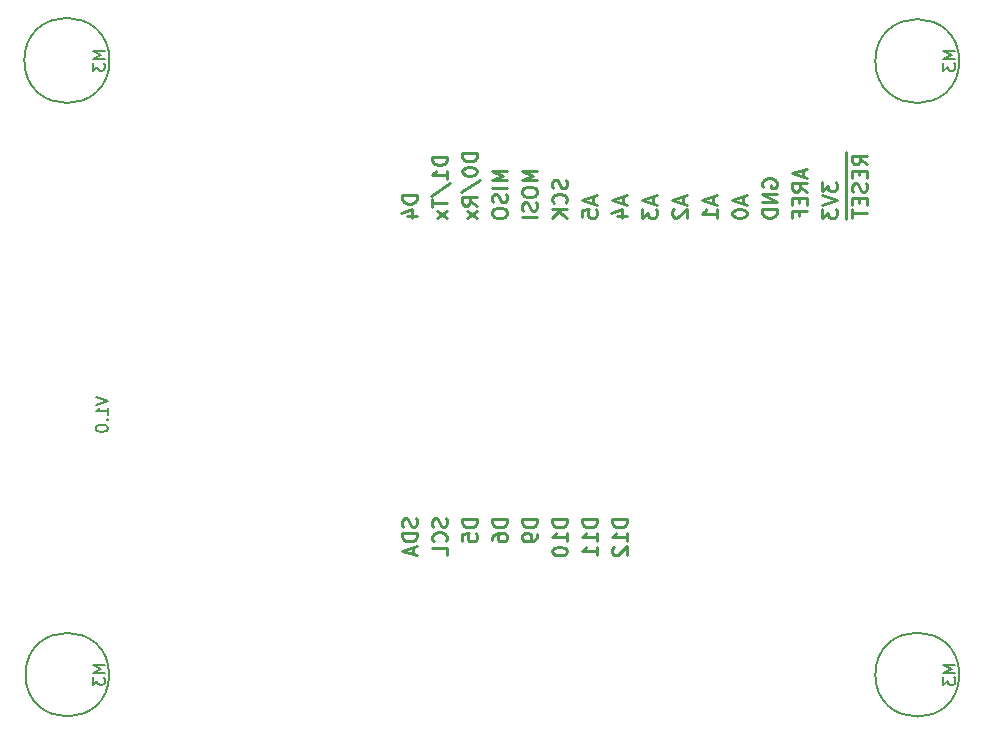
<source format=gbr>
G04 #@! TF.GenerationSoftware,KiCad,Pcbnew,5.1.5-1.fc31*
G04 #@! TF.CreationDate,2020-07-10T22:42:19+07:00*
G04 #@! TF.ProjectId,MP_SamBaseBoard_V1,4d505f53-616d-4426-9173-65426f617264,rev?*
G04 #@! TF.SameCoordinates,Original*
G04 #@! TF.FileFunction,Legend,Bot*
G04 #@! TF.FilePolarity,Positive*
%FSLAX45Y45*%
G04 Gerber Fmt 4.5, Leading zero omitted, Abs format (unit mm)*
G04 Created by KiCad (PCBNEW 5.1.5-1.fc31) date 2020-07-10 22:42:19*
%MOMM*%
%LPD*%
G04 APERTURE LIST*
%ADD10C,0.150000*%
%ADD11C,0.250000*%
%ADD12C,0.200000*%
G04 APERTURE END LIST*
D10*
X20420238Y-12769048D02*
X20320238Y-12769048D01*
X20391667Y-12802381D01*
X20320238Y-12835714D01*
X20420238Y-12835714D01*
X20320238Y-12873809D02*
X20320238Y-12935714D01*
X20358333Y-12902381D01*
X20358333Y-12916667D01*
X20363095Y-12926190D01*
X20367857Y-12930952D01*
X20377381Y-12935714D01*
X20401190Y-12935714D01*
X20410714Y-12930952D01*
X20415476Y-12926190D01*
X20420238Y-12916667D01*
X20420238Y-12888095D01*
X20415476Y-12878571D01*
X20410714Y-12873809D01*
X20420238Y-7569048D02*
X20320238Y-7569048D01*
X20391667Y-7602381D01*
X20320238Y-7635714D01*
X20420238Y-7635714D01*
X20320238Y-7673809D02*
X20320238Y-7735714D01*
X20358333Y-7702381D01*
X20358333Y-7716667D01*
X20363095Y-7726190D01*
X20367857Y-7730952D01*
X20377381Y-7735714D01*
X20401190Y-7735714D01*
X20410714Y-7730952D01*
X20415476Y-7726190D01*
X20420238Y-7716667D01*
X20420238Y-7688095D01*
X20415476Y-7678571D01*
X20410714Y-7673809D01*
X13220238Y-7569048D02*
X13120238Y-7569048D01*
X13191667Y-7602381D01*
X13120238Y-7635714D01*
X13220238Y-7635714D01*
X13120238Y-7673809D02*
X13120238Y-7735714D01*
X13158333Y-7702381D01*
X13158333Y-7716667D01*
X13163095Y-7726190D01*
X13167857Y-7730952D01*
X13177381Y-7735714D01*
X13201190Y-7735714D01*
X13210714Y-7730952D01*
X13215476Y-7726190D01*
X13220238Y-7716667D01*
X13220238Y-7688095D01*
X13215476Y-7678571D01*
X13210714Y-7673809D01*
X13220238Y-12769048D02*
X13120238Y-12769048D01*
X13191667Y-12802381D01*
X13120238Y-12835714D01*
X13220238Y-12835714D01*
X13120238Y-12873809D02*
X13120238Y-12935714D01*
X13158333Y-12902381D01*
X13158333Y-12916667D01*
X13163095Y-12926190D01*
X13167857Y-12930952D01*
X13177381Y-12935714D01*
X13201190Y-12935714D01*
X13210714Y-12930952D01*
X13215476Y-12926190D01*
X13220238Y-12916667D01*
X13220238Y-12888095D01*
X13215476Y-12878571D01*
X13210714Y-12873809D01*
D11*
X15857495Y-11525559D02*
X15863448Y-11543417D01*
X15863448Y-11573178D01*
X15857495Y-11585083D01*
X15851543Y-11591036D01*
X15839638Y-11596988D01*
X15827733Y-11596988D01*
X15815828Y-11591036D01*
X15809876Y-11585083D01*
X15803924Y-11573178D01*
X15797971Y-11549369D01*
X15792019Y-11537464D01*
X15786067Y-11531512D01*
X15774162Y-11525559D01*
X15762257Y-11525559D01*
X15750352Y-11531512D01*
X15744400Y-11537464D01*
X15738448Y-11549369D01*
X15738448Y-11579131D01*
X15744400Y-11596988D01*
X15863448Y-11650559D02*
X15738448Y-11650559D01*
X15738448Y-11680321D01*
X15744400Y-11698178D01*
X15756305Y-11710083D01*
X15768209Y-11716036D01*
X15792019Y-11721988D01*
X15809876Y-11721988D01*
X15833686Y-11716036D01*
X15845590Y-11710083D01*
X15857495Y-11698178D01*
X15863448Y-11680321D01*
X15863448Y-11650559D01*
X15827733Y-11769607D02*
X15827733Y-11829131D01*
X15863448Y-11757702D02*
X15738448Y-11799369D01*
X15863448Y-11841036D01*
X16111495Y-11525559D02*
X16117448Y-11543417D01*
X16117448Y-11573178D01*
X16111495Y-11585083D01*
X16105543Y-11591036D01*
X16093638Y-11596988D01*
X16081733Y-11596988D01*
X16069828Y-11591036D01*
X16063876Y-11585083D01*
X16057924Y-11573178D01*
X16051971Y-11549369D01*
X16046019Y-11537464D01*
X16040067Y-11531512D01*
X16028162Y-11525559D01*
X16016257Y-11525559D01*
X16004352Y-11531512D01*
X15998400Y-11537464D01*
X15992448Y-11549369D01*
X15992448Y-11579131D01*
X15998400Y-11596988D01*
X16105543Y-11721988D02*
X16111495Y-11716036D01*
X16117448Y-11698178D01*
X16117448Y-11686274D01*
X16111495Y-11668417D01*
X16099590Y-11656512D01*
X16087686Y-11650559D01*
X16063876Y-11644607D01*
X16046019Y-11644607D01*
X16022209Y-11650559D01*
X16010305Y-11656512D01*
X15998400Y-11668417D01*
X15992448Y-11686274D01*
X15992448Y-11698178D01*
X15998400Y-11716036D01*
X16004352Y-11721988D01*
X16117448Y-11835083D02*
X16117448Y-11775559D01*
X15992448Y-11775559D01*
X16371448Y-11531512D02*
X16246448Y-11531512D01*
X16246448Y-11561274D01*
X16252400Y-11579131D01*
X16264305Y-11591036D01*
X16276209Y-11596988D01*
X16300019Y-11602940D01*
X16317876Y-11602940D01*
X16341686Y-11596988D01*
X16353590Y-11591036D01*
X16365495Y-11579131D01*
X16371448Y-11561274D01*
X16371448Y-11531512D01*
X16246448Y-11716036D02*
X16246448Y-11656512D01*
X16305971Y-11650559D01*
X16300019Y-11656512D01*
X16294067Y-11668417D01*
X16294067Y-11698178D01*
X16300019Y-11710083D01*
X16305971Y-11716036D01*
X16317876Y-11721988D01*
X16347638Y-11721988D01*
X16359543Y-11716036D01*
X16365495Y-11710083D01*
X16371448Y-11698178D01*
X16371448Y-11668417D01*
X16365495Y-11656512D01*
X16359543Y-11650559D01*
X16625448Y-11531512D02*
X16500448Y-11531512D01*
X16500448Y-11561274D01*
X16506400Y-11579131D01*
X16518305Y-11591036D01*
X16530209Y-11596988D01*
X16554019Y-11602940D01*
X16571876Y-11602940D01*
X16595686Y-11596988D01*
X16607590Y-11591036D01*
X16619495Y-11579131D01*
X16625448Y-11561274D01*
X16625448Y-11531512D01*
X16500448Y-11710083D02*
X16500448Y-11686274D01*
X16506400Y-11674369D01*
X16512352Y-11668417D01*
X16530209Y-11656512D01*
X16554019Y-11650559D01*
X16601638Y-11650559D01*
X16613543Y-11656512D01*
X16619495Y-11662464D01*
X16625448Y-11674369D01*
X16625448Y-11698178D01*
X16619495Y-11710083D01*
X16613543Y-11716036D01*
X16601638Y-11721988D01*
X16571876Y-11721988D01*
X16559971Y-11716036D01*
X16554019Y-11710083D01*
X16548067Y-11698178D01*
X16548067Y-11674369D01*
X16554019Y-11662464D01*
X16559971Y-11656512D01*
X16571876Y-11650559D01*
X16879448Y-11531512D02*
X16754448Y-11531512D01*
X16754448Y-11561274D01*
X16760400Y-11579131D01*
X16772305Y-11591036D01*
X16784210Y-11596988D01*
X16808019Y-11602940D01*
X16825876Y-11602940D01*
X16849686Y-11596988D01*
X16861590Y-11591036D01*
X16873495Y-11579131D01*
X16879448Y-11561274D01*
X16879448Y-11531512D01*
X16879448Y-11662464D02*
X16879448Y-11686274D01*
X16873495Y-11698178D01*
X16867543Y-11704131D01*
X16849686Y-11716036D01*
X16825876Y-11721988D01*
X16778257Y-11721988D01*
X16766352Y-11716036D01*
X16760400Y-11710083D01*
X16754448Y-11698178D01*
X16754448Y-11674369D01*
X16760400Y-11662464D01*
X16766352Y-11656512D01*
X16778257Y-11650559D01*
X16808019Y-11650559D01*
X16819924Y-11656512D01*
X16825876Y-11662464D01*
X16831829Y-11674369D01*
X16831829Y-11698178D01*
X16825876Y-11710083D01*
X16819924Y-11716036D01*
X16808019Y-11721988D01*
X17133448Y-11531512D02*
X17008448Y-11531512D01*
X17008448Y-11561274D01*
X17014400Y-11579131D01*
X17026305Y-11591036D01*
X17038210Y-11596988D01*
X17062019Y-11602940D01*
X17079876Y-11602940D01*
X17103686Y-11596988D01*
X17115590Y-11591036D01*
X17127495Y-11579131D01*
X17133448Y-11561274D01*
X17133448Y-11531512D01*
X17133448Y-11721988D02*
X17133448Y-11650559D01*
X17133448Y-11686274D02*
X17008448Y-11686274D01*
X17026305Y-11674369D01*
X17038210Y-11662464D01*
X17044162Y-11650559D01*
X17008448Y-11799369D02*
X17008448Y-11811274D01*
X17014400Y-11823178D01*
X17020352Y-11829131D01*
X17032257Y-11835083D01*
X17056067Y-11841036D01*
X17085829Y-11841036D01*
X17109638Y-11835083D01*
X17121543Y-11829131D01*
X17127495Y-11823178D01*
X17133448Y-11811274D01*
X17133448Y-11799369D01*
X17127495Y-11787464D01*
X17121543Y-11781512D01*
X17109638Y-11775559D01*
X17085829Y-11769607D01*
X17056067Y-11769607D01*
X17032257Y-11775559D01*
X17020352Y-11781512D01*
X17014400Y-11787464D01*
X17008448Y-11799369D01*
X17387448Y-11531512D02*
X17262448Y-11531512D01*
X17262448Y-11561274D01*
X17268400Y-11579131D01*
X17280305Y-11591036D01*
X17292210Y-11596988D01*
X17316019Y-11602940D01*
X17333876Y-11602940D01*
X17357686Y-11596988D01*
X17369590Y-11591036D01*
X17381495Y-11579131D01*
X17387448Y-11561274D01*
X17387448Y-11531512D01*
X17387448Y-11721988D02*
X17387448Y-11650559D01*
X17387448Y-11686274D02*
X17262448Y-11686274D01*
X17280305Y-11674369D01*
X17292210Y-11662464D01*
X17298162Y-11650559D01*
X17387448Y-11841036D02*
X17387448Y-11769607D01*
X17387448Y-11805321D02*
X17262448Y-11805321D01*
X17280305Y-11793417D01*
X17292210Y-11781512D01*
X17298162Y-11769607D01*
X17641448Y-11531512D02*
X17516448Y-11531512D01*
X17516448Y-11561274D01*
X17522400Y-11579131D01*
X17534305Y-11591036D01*
X17546210Y-11596988D01*
X17570019Y-11602940D01*
X17587876Y-11602940D01*
X17611686Y-11596988D01*
X17623590Y-11591036D01*
X17635495Y-11579131D01*
X17641448Y-11561274D01*
X17641448Y-11531512D01*
X17641448Y-11721988D02*
X17641448Y-11650559D01*
X17641448Y-11686274D02*
X17516448Y-11686274D01*
X17534305Y-11674369D01*
X17546210Y-11662464D01*
X17552162Y-11650559D01*
X17528352Y-11769607D02*
X17522400Y-11775559D01*
X17516448Y-11787464D01*
X17516448Y-11817226D01*
X17522400Y-11829131D01*
X17528352Y-11835083D01*
X17540257Y-11841036D01*
X17552162Y-11841036D01*
X17570019Y-11835083D01*
X17641448Y-11763655D01*
X17641448Y-11841036D01*
X19494400Y-8427274D02*
X19494400Y-8552274D01*
X19673448Y-8528464D02*
X19613924Y-8486798D01*
X19673448Y-8457036D02*
X19548448Y-8457036D01*
X19548448Y-8504655D01*
X19554400Y-8516560D01*
X19560352Y-8522512D01*
X19572257Y-8528464D01*
X19590114Y-8528464D01*
X19602019Y-8522512D01*
X19607971Y-8516560D01*
X19613924Y-8504655D01*
X19613924Y-8457036D01*
X19494400Y-8552274D02*
X19494400Y-8665369D01*
X19607971Y-8582036D02*
X19607971Y-8623702D01*
X19673448Y-8641560D02*
X19673448Y-8582036D01*
X19548448Y-8582036D01*
X19548448Y-8641560D01*
X19494400Y-8665369D02*
X19494400Y-8784417D01*
X19667495Y-8689179D02*
X19673448Y-8707036D01*
X19673448Y-8736798D01*
X19667495Y-8748702D01*
X19661543Y-8754655D01*
X19649638Y-8760607D01*
X19637733Y-8760607D01*
X19625829Y-8754655D01*
X19619876Y-8748702D01*
X19613924Y-8736798D01*
X19607971Y-8712988D01*
X19602019Y-8701083D01*
X19596067Y-8695131D01*
X19584162Y-8689179D01*
X19572257Y-8689179D01*
X19560352Y-8695131D01*
X19554400Y-8701083D01*
X19548448Y-8712988D01*
X19548448Y-8742750D01*
X19554400Y-8760607D01*
X19494400Y-8784417D02*
X19494400Y-8897512D01*
X19607971Y-8814179D02*
X19607971Y-8855845D01*
X19673448Y-8873702D02*
X19673448Y-8814179D01*
X19548448Y-8814179D01*
X19548448Y-8873702D01*
X19494400Y-8897512D02*
X19494400Y-8992750D01*
X19548448Y-8909417D02*
X19548448Y-8980845D01*
X19673448Y-8945131D02*
X19548448Y-8945131D01*
X19294448Y-8678069D02*
X19294448Y-8755450D01*
X19342067Y-8713783D01*
X19342067Y-8731640D01*
X19348019Y-8743545D01*
X19353971Y-8749498D01*
X19365876Y-8755450D01*
X19395638Y-8755450D01*
X19407543Y-8749498D01*
X19413495Y-8743545D01*
X19419448Y-8731640D01*
X19419448Y-8695926D01*
X19413495Y-8684021D01*
X19407543Y-8678069D01*
X19294448Y-8791164D02*
X19419448Y-8832831D01*
X19294448Y-8874498D01*
X19294448Y-8904260D02*
X19294448Y-8981640D01*
X19342067Y-8939974D01*
X19342067Y-8957831D01*
X19348019Y-8969736D01*
X19353971Y-8975688D01*
X19365876Y-8981640D01*
X19395638Y-8981640D01*
X19407543Y-8975688D01*
X19413495Y-8969736D01*
X19419448Y-8957831D01*
X19419448Y-8922117D01*
X19413495Y-8910212D01*
X19407543Y-8904260D01*
X19129733Y-8576879D02*
X19129733Y-8636402D01*
X19165448Y-8564974D02*
X19040448Y-8606640D01*
X19165448Y-8648307D01*
X19165448Y-8761402D02*
X19105924Y-8719736D01*
X19165448Y-8689974D02*
X19040448Y-8689974D01*
X19040448Y-8737593D01*
X19046400Y-8749498D01*
X19052352Y-8755450D01*
X19064257Y-8761402D01*
X19082114Y-8761402D01*
X19094019Y-8755450D01*
X19099971Y-8749498D01*
X19105924Y-8737593D01*
X19105924Y-8689974D01*
X19099971Y-8814974D02*
X19099971Y-8856640D01*
X19165448Y-8874498D02*
X19165448Y-8814974D01*
X19040448Y-8814974D01*
X19040448Y-8874498D01*
X19099971Y-8969736D02*
X19099971Y-8928069D01*
X19165448Y-8928069D02*
X19040448Y-8928069D01*
X19040448Y-8987593D01*
X18792400Y-8719736D02*
X18786448Y-8707831D01*
X18786448Y-8689974D01*
X18792400Y-8672117D01*
X18804305Y-8660212D01*
X18816210Y-8654260D01*
X18840019Y-8648307D01*
X18857876Y-8648307D01*
X18881686Y-8654260D01*
X18893590Y-8660212D01*
X18905495Y-8672117D01*
X18911448Y-8689974D01*
X18911448Y-8701879D01*
X18905495Y-8719736D01*
X18899543Y-8725688D01*
X18857876Y-8725688D01*
X18857876Y-8701879D01*
X18911448Y-8779260D02*
X18786448Y-8779260D01*
X18911448Y-8850688D01*
X18786448Y-8850688D01*
X18911448Y-8910212D02*
X18786448Y-8910212D01*
X18786448Y-8939974D01*
X18792400Y-8957831D01*
X18804305Y-8969736D01*
X18816210Y-8975688D01*
X18840019Y-8981640D01*
X18857876Y-8981640D01*
X18881686Y-8975688D01*
X18893590Y-8969736D01*
X18905495Y-8957831D01*
X18911448Y-8939974D01*
X18911448Y-8910212D01*
X18621733Y-8803069D02*
X18621733Y-8862593D01*
X18657448Y-8791164D02*
X18532448Y-8832831D01*
X18657448Y-8874498D01*
X18532448Y-8939974D02*
X18532448Y-8951879D01*
X18538400Y-8963783D01*
X18544352Y-8969736D01*
X18556257Y-8975688D01*
X18580067Y-8981640D01*
X18609829Y-8981640D01*
X18633638Y-8975688D01*
X18645543Y-8969736D01*
X18651495Y-8963783D01*
X18657448Y-8951879D01*
X18657448Y-8939974D01*
X18651495Y-8928069D01*
X18645543Y-8922117D01*
X18633638Y-8916164D01*
X18609829Y-8910212D01*
X18580067Y-8910212D01*
X18556257Y-8916164D01*
X18544352Y-8922117D01*
X18538400Y-8928069D01*
X18532448Y-8939974D01*
X18367733Y-8803069D02*
X18367733Y-8862593D01*
X18403448Y-8791164D02*
X18278448Y-8832831D01*
X18403448Y-8874498D01*
X18403448Y-8981640D02*
X18403448Y-8910212D01*
X18403448Y-8945926D02*
X18278448Y-8945926D01*
X18296305Y-8934021D01*
X18308210Y-8922117D01*
X18314162Y-8910212D01*
X18113733Y-8803069D02*
X18113733Y-8862593D01*
X18149448Y-8791164D02*
X18024448Y-8832831D01*
X18149448Y-8874498D01*
X18036352Y-8910212D02*
X18030400Y-8916164D01*
X18024448Y-8928069D01*
X18024448Y-8957831D01*
X18030400Y-8969736D01*
X18036352Y-8975688D01*
X18048257Y-8981640D01*
X18060162Y-8981640D01*
X18078019Y-8975688D01*
X18149448Y-8904260D01*
X18149448Y-8981640D01*
X17859733Y-8803069D02*
X17859733Y-8862593D01*
X17895448Y-8791164D02*
X17770448Y-8832831D01*
X17895448Y-8874498D01*
X17770448Y-8904260D02*
X17770448Y-8981640D01*
X17818067Y-8939974D01*
X17818067Y-8957831D01*
X17824019Y-8969736D01*
X17829971Y-8975688D01*
X17841876Y-8981640D01*
X17871638Y-8981640D01*
X17883543Y-8975688D01*
X17889495Y-8969736D01*
X17895448Y-8957831D01*
X17895448Y-8922117D01*
X17889495Y-8910212D01*
X17883543Y-8904260D01*
X17605733Y-8803069D02*
X17605733Y-8862593D01*
X17641448Y-8791164D02*
X17516448Y-8832831D01*
X17641448Y-8874498D01*
X17558114Y-8969736D02*
X17641448Y-8969736D01*
X17510495Y-8939974D02*
X17599781Y-8910212D01*
X17599781Y-8987593D01*
X17351733Y-8803069D02*
X17351733Y-8862593D01*
X17387448Y-8791164D02*
X17262448Y-8832831D01*
X17387448Y-8874498D01*
X17262448Y-8975688D02*
X17262448Y-8916164D01*
X17321971Y-8910212D01*
X17316019Y-8916164D01*
X17310067Y-8928069D01*
X17310067Y-8957831D01*
X17316019Y-8969736D01*
X17321971Y-8975688D01*
X17333876Y-8981640D01*
X17363638Y-8981640D01*
X17375543Y-8975688D01*
X17381495Y-8969736D01*
X17387448Y-8957831D01*
X17387448Y-8928069D01*
X17381495Y-8916164D01*
X17375543Y-8910212D01*
X17127495Y-8660212D02*
X17133448Y-8678069D01*
X17133448Y-8707831D01*
X17127495Y-8719736D01*
X17121543Y-8725688D01*
X17109638Y-8731640D01*
X17097733Y-8731640D01*
X17085829Y-8725688D01*
X17079876Y-8719736D01*
X17073924Y-8707831D01*
X17067971Y-8684021D01*
X17062019Y-8672117D01*
X17056067Y-8666164D01*
X17044162Y-8660212D01*
X17032257Y-8660212D01*
X17020352Y-8666164D01*
X17014400Y-8672117D01*
X17008448Y-8684021D01*
X17008448Y-8713783D01*
X17014400Y-8731640D01*
X17121543Y-8856640D02*
X17127495Y-8850688D01*
X17133448Y-8832831D01*
X17133448Y-8820926D01*
X17127495Y-8803069D01*
X17115590Y-8791164D01*
X17103686Y-8785212D01*
X17079876Y-8779260D01*
X17062019Y-8779260D01*
X17038210Y-8785212D01*
X17026305Y-8791164D01*
X17014400Y-8803069D01*
X17008448Y-8820926D01*
X17008448Y-8832831D01*
X17014400Y-8850688D01*
X17020352Y-8856640D01*
X17133448Y-8910212D02*
X17008448Y-8910212D01*
X17133448Y-8981640D02*
X17062019Y-8928069D01*
X17008448Y-8981640D02*
X17079876Y-8910212D01*
X16879448Y-8582831D02*
X16754448Y-8582831D01*
X16843733Y-8624498D01*
X16754448Y-8666164D01*
X16879448Y-8666164D01*
X16754448Y-8749498D02*
X16754448Y-8773307D01*
X16760400Y-8785212D01*
X16772305Y-8797117D01*
X16796114Y-8803069D01*
X16837781Y-8803069D01*
X16861590Y-8797117D01*
X16873495Y-8785212D01*
X16879448Y-8773307D01*
X16879448Y-8749498D01*
X16873495Y-8737593D01*
X16861590Y-8725688D01*
X16837781Y-8719736D01*
X16796114Y-8719736D01*
X16772305Y-8725688D01*
X16760400Y-8737593D01*
X16754448Y-8749498D01*
X16873495Y-8850688D02*
X16879448Y-8868545D01*
X16879448Y-8898307D01*
X16873495Y-8910212D01*
X16867543Y-8916164D01*
X16855638Y-8922117D01*
X16843733Y-8922117D01*
X16831829Y-8916164D01*
X16825876Y-8910212D01*
X16819924Y-8898307D01*
X16813971Y-8874498D01*
X16808019Y-8862593D01*
X16802067Y-8856640D01*
X16790162Y-8850688D01*
X16778257Y-8850688D01*
X16766352Y-8856640D01*
X16760400Y-8862593D01*
X16754448Y-8874498D01*
X16754448Y-8904260D01*
X16760400Y-8922117D01*
X16879448Y-8975688D02*
X16754448Y-8975688D01*
X16625448Y-8582831D02*
X16500448Y-8582831D01*
X16589733Y-8624498D01*
X16500448Y-8666164D01*
X16625448Y-8666164D01*
X16625448Y-8725688D02*
X16500448Y-8725688D01*
X16619495Y-8779260D02*
X16625448Y-8797117D01*
X16625448Y-8826879D01*
X16619495Y-8838783D01*
X16613543Y-8844736D01*
X16601638Y-8850688D01*
X16589733Y-8850688D01*
X16577828Y-8844736D01*
X16571876Y-8838783D01*
X16565924Y-8826879D01*
X16559971Y-8803069D01*
X16554019Y-8791164D01*
X16548067Y-8785212D01*
X16536162Y-8779260D01*
X16524257Y-8779260D01*
X16512352Y-8785212D01*
X16506400Y-8791164D01*
X16500448Y-8803069D01*
X16500448Y-8832831D01*
X16506400Y-8850688D01*
X16500448Y-8928069D02*
X16500448Y-8951879D01*
X16506400Y-8963783D01*
X16518305Y-8975688D01*
X16542114Y-8981640D01*
X16583781Y-8981640D01*
X16607590Y-8975688D01*
X16619495Y-8963783D01*
X16625448Y-8951879D01*
X16625448Y-8928069D01*
X16619495Y-8916164D01*
X16607590Y-8904260D01*
X16583781Y-8898307D01*
X16542114Y-8898307D01*
X16518305Y-8904260D01*
X16506400Y-8916164D01*
X16500448Y-8928069D01*
X16371448Y-8434021D02*
X16246448Y-8434021D01*
X16246448Y-8463783D01*
X16252400Y-8481640D01*
X16264305Y-8493545D01*
X16276209Y-8499498D01*
X16300019Y-8505450D01*
X16317876Y-8505450D01*
X16341686Y-8499498D01*
X16353590Y-8493545D01*
X16365495Y-8481640D01*
X16371448Y-8463783D01*
X16371448Y-8434021D01*
X16246448Y-8582831D02*
X16246448Y-8594736D01*
X16252400Y-8606640D01*
X16258352Y-8612593D01*
X16270257Y-8618545D01*
X16294067Y-8624498D01*
X16323828Y-8624498D01*
X16347638Y-8618545D01*
X16359543Y-8612593D01*
X16365495Y-8606640D01*
X16371448Y-8594736D01*
X16371448Y-8582831D01*
X16365495Y-8570926D01*
X16359543Y-8564974D01*
X16347638Y-8559021D01*
X16323828Y-8553069D01*
X16294067Y-8553069D01*
X16270257Y-8559021D01*
X16258352Y-8564974D01*
X16252400Y-8570926D01*
X16246448Y-8582831D01*
X16240495Y-8767355D02*
X16401209Y-8660212D01*
X16371448Y-8880450D02*
X16311924Y-8838783D01*
X16371448Y-8809021D02*
X16246448Y-8809021D01*
X16246448Y-8856640D01*
X16252400Y-8868545D01*
X16258352Y-8874498D01*
X16270257Y-8880450D01*
X16288114Y-8880450D01*
X16300019Y-8874498D01*
X16305971Y-8868545D01*
X16311924Y-8856640D01*
X16311924Y-8809021D01*
X16371448Y-8922117D02*
X16288114Y-8987593D01*
X16288114Y-8922117D02*
X16371448Y-8987593D01*
X16117448Y-8463783D02*
X15992448Y-8463783D01*
X15992448Y-8493545D01*
X15998400Y-8511402D01*
X16010305Y-8523307D01*
X16022209Y-8529260D01*
X16046019Y-8535212D01*
X16063876Y-8535212D01*
X16087686Y-8529260D01*
X16099590Y-8523307D01*
X16111495Y-8511402D01*
X16117448Y-8493545D01*
X16117448Y-8463783D01*
X16117448Y-8654260D02*
X16117448Y-8582831D01*
X16117448Y-8618545D02*
X15992448Y-8618545D01*
X16010305Y-8606640D01*
X16022209Y-8594736D01*
X16028162Y-8582831D01*
X15986495Y-8797117D02*
X16147209Y-8689974D01*
X15992448Y-8820926D02*
X15992448Y-8892355D01*
X16117448Y-8856640D02*
X15992448Y-8856640D01*
X16117448Y-8922117D02*
X16034114Y-8987593D01*
X16034114Y-8922117D02*
X16117448Y-8987593D01*
X15863448Y-8791164D02*
X15738448Y-8791164D01*
X15738448Y-8820926D01*
X15744400Y-8838783D01*
X15756305Y-8850688D01*
X15768209Y-8856640D01*
X15792019Y-8862593D01*
X15809876Y-8862593D01*
X15833686Y-8856640D01*
X15845590Y-8850688D01*
X15857495Y-8838783D01*
X15863448Y-8820926D01*
X15863448Y-8791164D01*
X15780114Y-8969736D02*
X15863448Y-8969736D01*
X15732495Y-8939974D02*
X15821781Y-8910212D01*
X15821781Y-8987593D01*
D12*
X13145238Y-10497619D02*
X13245238Y-10530952D01*
X13145238Y-10564286D01*
X13245238Y-10650000D02*
X13245238Y-10592857D01*
X13245238Y-10621429D02*
X13145238Y-10621429D01*
X13159524Y-10611905D01*
X13169048Y-10602381D01*
X13173809Y-10592857D01*
X13235714Y-10692857D02*
X13240476Y-10697619D01*
X13245238Y-10692857D01*
X13240476Y-10688095D01*
X13235714Y-10692857D01*
X13245238Y-10692857D01*
X13145238Y-10759524D02*
X13145238Y-10769048D01*
X13150000Y-10778571D01*
X13154762Y-10783333D01*
X13164286Y-10788095D01*
X13183333Y-10792857D01*
X13207143Y-10792857D01*
X13226190Y-10788095D01*
X13235714Y-10783333D01*
X13240476Y-10778571D01*
X13245238Y-10769048D01*
X13245238Y-10759524D01*
X13240476Y-10750000D01*
X13235714Y-10745238D01*
X13226190Y-10740476D01*
X13207143Y-10735714D01*
X13183333Y-10735714D01*
X13164286Y-10740476D01*
X13154762Y-10745238D01*
X13150000Y-10750000D01*
X13145238Y-10759524D01*
D10*
X20455317Y-7655317D02*
G75*
G03X20455317Y-7655317I-355317J0D01*
G01*
X13260555Y-7650000D02*
G75*
G03X13260555Y-7650000I-360555J0D01*
G01*
X13257107Y-12850000D02*
G75*
G03X13257107Y-12850000I-353553J0D01*
G01*
X20455317Y-12850000D02*
G75*
G03X20455317Y-12850000I-355317J0D01*
G01*
M02*

</source>
